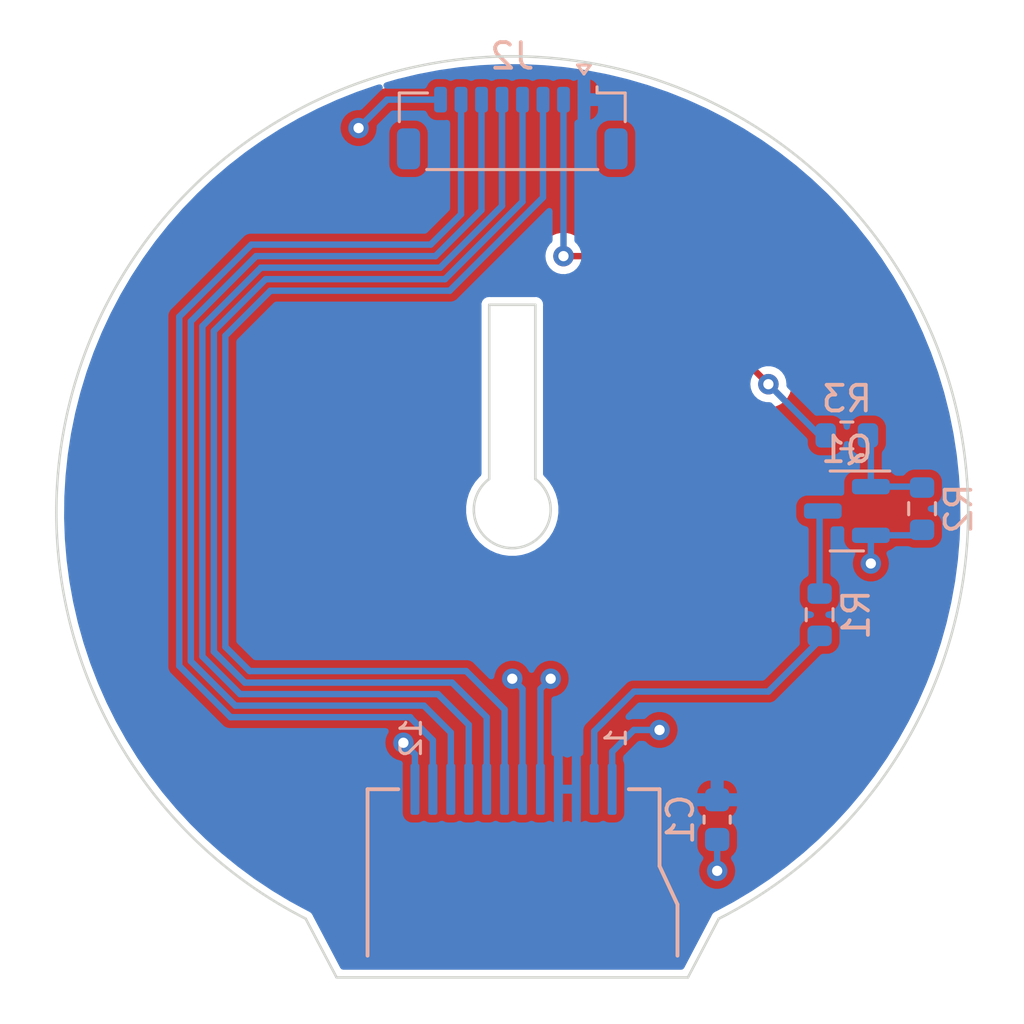
<source format=kicad_pcb>
(kicad_pcb (version 20211014) (generator pcbnew)
  (layers (0 "F.Cu" signal) (31 "B.Cu" signal) (34 "B.Paste" user) (35 "F.Paste" user) (36 "B.SilkS" user "B.Silkscreen") (37 "F.SilkS" user "F.Silkscreen") (38 "B.Mask" user) (39 "F.Mask" user) (44 "Edge.Cuts" user))
  (net 0 "")
  (net 1 "+3.3V")
  (net 2 "GND")
  (net 3 "Net-(J1-Pad2)")
  (net 4 "/DC")
  (net 5 "/CS")
  (net 6 "/SCL")
  (net 7 "/SDA")
  (net 8 "/RES")
  (net 9 "Net-(J2-Pad2)")
  (net 10 "Net-(Q1-Pad1)")
  (net 11 "Net-(Q1-Pad3)")
  (footprint "Resistor_SMD:R_0603_1608Metric" (layer "B.Cu") (at 63.0625 47 180)
    (fp_text reference "R3" (at 0 1.43) (layer "B.SilkS") (effects (justify mirror)))
    (fp_text value "10")
    (fp_line (start -0.237258 0.5225) (end 0.237258 0.5225) (layer "B.SilkS") (width 0.12))
    (fp_line (start -0.237258 -0.5225) (end 0.237258 -0.5225) (layer "B.SilkS") (width 0.12))
    (pad "1" smd roundrect (at -0.825 0 180) (size 0.8 0.95) (layers "B.Cu" "B.Paste" "B.Mask") (net 10 "Net-(Q1-Pad1)"))
    (pad "2" smd roundrect (at 0.825 0 180) (size 0.8 0.95) (layers "B.Cu" "B.Paste" "B.Mask") (net 9 "Net-(J2-Pad2)"))
  )
  (footprint "LCD_GC9A01:GC9A01Round1.28" (layer "B.Cu") (at 50.05 60.8125 90)
    (fp_text reference "J1" hide)
    (fp_text value "LCD")
    (fp_text user "12" (at 2 -4 90) (layer "B.SilkS") (effects (font (size 0.8 0.8) (thickness 0.12)) (justify mirror)))
    (fp_text user "1" (at 2 4 90) (layer "B.SilkS") (effects (font (size 0.8 0.8) (thickness 0.12)) (justify mirror)))
    (fp_line (start -4.5 6.4) (end -3 5.7) (layer "B.SilkS") (width 0.15))
    (fp_line (start -6.5 6.4) (end -4.5 6.4) (layer "B.SilkS") (width 0.15))
    (fp_line (start 0 -5.7) (end 0 -4.5) (layer "B.SilkS") (width 0.15))
    (fp_line (start 0 5.7) (end -3 5.7) (layer "B.SilkS") (width 0.15))
    (fp_line (start 0 -5.7) (end -6.5 -5.7) (layer "B.SilkS") (width 0.15))
    (fp_line (start 0 5.7) (end 0 4.5) (layer "B.SilkS") (width 0.15))
    (pad "1" smd roundrect locked (at 0 3.85 90) (size 2 0.35) (layers "B.Cu" "B.Paste" "B.Mask") (net 2 "GND"))
    (pad "2" smd roundrect locked (at 0 3.15 90) (size 2 0.35) (layers "B.Cu" "B.Paste" "B.Mask") (net 3 "Net-(J1-Pad2)"))
    (pad "3" smd roundrect locked (at 0 2.45 90) (size 2 0.35) (layers "B.Cu" "B.Paste" "B.Mask") (net 1 "+3.3V"))
    (pad "4" smd roundrect locked (at 0 1.75 90) (size 2 0.35) (layers "B.Cu" "B.Paste" "B.Mask") (net 1 "+3.3V"))
    (pad "5" smd roundrect locked (at 0 1.05 90) (size 2 0.35) (layers "B.Cu" "B.Paste" "B.Mask") (net 2 "GND"))
    (pad "6" smd roundrect locked (at 0 0.35 90) (size 2 0.35) (layers "B.Cu" "B.Paste" "B.Mask") (net 2 "GND"))
    (pad "7" smd roundrect locked (at 0 -0.35 90) (size 2 0.35) (layers "B.Cu" "B.Paste" "B.Mask") (net 4 "/DC"))
    (pad "8" smd roundrect locked (at 0 -1.05 90) (size 2 0.35) (layers "B.Cu" "B.Paste" "B.Mask") (net 5 "/CS"))
    (pad "9" smd roundrect locked (at 0 -1.75 90) (size 2 0.35) (layers "B.Cu" "B.Paste" "B.Mask") (net 6 "/SCL"))
    (pad "10" smd roundrect locked (at 0 -2.45 90) (size 2 0.35) (layers "B.Cu" "B.Paste" "B.Mask") (net 7 "/SDA"))
    (pad "11" smd roundrect locked (at 0 -3.15 90) (size 2 0.35) (layers "B.Cu" "B.Paste" "B.Mask") (net 8 "/RES"))
    (pad "12" smd roundrect locked (at 0 -3.85 90) (size 2 0.35) (layers "B.Cu" "B.Paste" "B.Mask") (net 2 "GND"))
  )
  (footprint "Capacitor_SMD:C_0603_1608Metric" (layer "B.Cu") (at 58 62 -90)
    (fp_text reference "C1" (at 0 1.43 90) (layer "B.SilkS") (effects (justify mirror)))
    (fp_text value "100nF")
    (fp_line (start -0.14058 0.51) (end 0.14058 0.51) (layer "B.SilkS") (width 0.12))
    (fp_line (start -0.14058 -0.51) (end 0.14058 -0.51) (layer "B.SilkS") (width 0.12))
    (pad "1" smd roundrect (at -0.775 0 270) (size 0.9 0.95) (layers "B.Cu" "B.Paste" "B.Mask") (net 1 "+3.3V"))
    (pad "2" smd roundrect (at 0.775 0 270) (size 0.9 0.95) (layers "B.Cu" "B.Paste" "B.Mask") (net 2 "GND"))
  )
  (footprint "Package_TO_SOT_SMD:SOT-23" (layer "B.Cu") (at 63.0625 49.95 180)
    (fp_text reference "Q1" (at 0 2.4) (layer "B.SilkS") (effects (justify mirror)))
    (fp_text value "AO3400A")
    (fp_line (start 0 -1.56) (end 0.65 -1.56) (layer "B.SilkS") (width 0.12))
    (fp_line (start 0 -1.56) (end -0.65 -1.56) (layer "B.SilkS") (width 0.12))
    (fp_line (start 0 1.56) (end 0.65 1.56) (layer "B.SilkS") (width 0.12))
    (fp_line (start 0 1.56) (end -1.675 1.56) (layer "B.SilkS") (width 0.12))
    (pad "1" smd roundrect (at -0.9375 0.95 180) (size 1.475 0.6) (layers "B.Cu" "B.Paste" "B.Mask") (net 10 "Net-(Q1-Pad1)"))
    (pad "2" smd roundrect (at -0.9375 -0.95 180) (size 1.475 0.6) (layers "B.Cu" "B.Paste" "B.Mask") (net 2 "GND"))
    (pad "3" smd roundrect (at 0.9375 0 180) (size 1.475 0.6) (layers "B.Cu" "B.Paste" "B.Mask") (net 11 "Net-(Q1-Pad3)"))
  )
  (footprint "Resistor_SMD:R_0603_1608Metric" (layer "B.Cu") (at 66 49.86 90)
    (fp_text reference "R2" (at 0 1.43 90) (layer "B.SilkS") (effects (justify mirror)))
    (fp_text value "10k")
    (fp_line (start -0.237258 -0.5225) (end 0.237258 -0.5225) (layer "B.SilkS") (width 0.12))
    (fp_line (start -0.237258 0.5225) (end 0.237258 0.5225) (layer "B.SilkS") (width 0.12))
    (pad "1" smd roundrect (at -0.825 0 90) (size 0.8 0.95) (layers "B.Cu" "B.Paste" "B.Mask") (net 2 "GND"))
    (pad "2" smd roundrect (at 0.825 0 90) (size 0.8 0.95) (layers "B.Cu" "B.Paste" "B.Mask") (net 10 "Net-(Q1-Pad1)"))
  )
  (footprint "Resistor_SMD:R_0603_1608Metric" (layer "B.Cu") (at 62 54 90)
    (fp_text reference "R1" (at 0 1.43 90) (layer "B.SilkS") (effects (justify mirror)))
    (fp_text value "10")
    (fp_line (start -0.237258 0.5225) (end 0.237258 0.5225) (layer "B.SilkS") (width 0.12))
    (fp_line (start -0.237258 -0.5225) (end 0.237258 -0.5225) (layer "B.SilkS") (width 0.12))
    (pad "1" smd roundrect (at -0.825 0 90) (size 0.8 0.95) (layers "B.Cu" "B.Paste" "B.Mask") (net 3 "Net-(J1-Pad2)"))
    (pad "2" smd roundrect (at 0.825 0 90) (size 0.8 0.95) (layers "B.Cu" "B.Paste" "B.Mask") (net 11 "Net-(Q1-Pad3)"))
  )
  (footprint "Connector_Hirose:Hirose_DF52-8S-0.8H_1x08-1MP_P0.80mm_Horizontal" (layer "B.Cu") (at 50 35 180)
    (fp_text reference "J2" (at 0 2.81) (layer "B.SilkS") (effects (justify mirror)))
    (fp_text value "main")
    (fp_line (start -2.8 2.11) (end -2.55 2.463553) (layer "B.SilkS") (width 0.12))
    (fp_line (start 4.41 1.37) (end 3.31 1.37) (layer "B.SilkS") (width 0.12))
    (fp_line (start -4.41 1.37) (end -3.31 1.37) (layer "B.SilkS") (width 0.12))
    (fp_line (start -2.55 2.463553) (end -3.05 2.463553) (layer "B.SilkS") (width 0.12))
    (fp_line (start -3.05 2.463553) (end -2.8 2.11) (layer "B.SilkS") (width 0.12))
    (fp_line (start -4.41 0.25) (end -4.41 1.37) (layer "B.SilkS") (width 0.12))
    (fp_line (start 4.41 0.25) (end 4.41 1.37) (layer "B.SilkS") (width 0.12))
    (fp_line (start -3.34 -1.62) (end 3.34 -1.62) (layer "B.SilkS") (width 0.12))
    (fp_line (start -3.31 1.37) (end -3.31 1.61) (layer "B.SilkS") (width 0.12))
    (pad "1" smd roundrect (at -2.8 1.11 180) (size 0.5 1) (layers "B.Cu" "B.Paste" "B.Mask") (net 1 "+3.3V"))
    (pad "2" smd roundrect (at -2 1.11 180) (size 0.5 1) (layers "B.Cu" "B.Paste" "B.Mask") (net 9 "Net-(J2-Pad2)"))
    (pad "3" smd roundrect (at -1.2 1.11 180) (size 0.5 1) (layers "B.Cu" "B.Paste" "B.Mask") (net 4 "/DC"))
    (pad "4" smd roundrect (at -0.4 1.11 180) (size 0.5 1) (layers "B.Cu" "B.Paste" "B.Mask") (net 5 "/CS"))
    (pad "5" smd roundrect (at 0.4 1.11 180) (size 0.5 1) (layers "B.Cu" "B.Paste" "B.Mask") (net 6 "/SCL"))
    (pad "6" smd roundrect (at 1.2 1.11 180) (size 0.5 1) (layers "B.Cu" "B.Paste" "B.Mask") (net 7 "/SDA"))
    (pad "7" smd roundrect (at 2 1.11 180) (size 0.5 1) (layers "B.Cu" "B.Paste" "B.Mask") (net 8 "/RES"))
    (pad "8" smd roundrect (at 2.8 1.11 180) (size 0.5 1) (layers "B.Cu" "B.Paste" "B.Mask") (net 2 "GND"))
    (pad "MP" smd roundrect (at 4.05 -0.81 180) (size 0.9 1.6) (layers "B.Cu" "B.Paste" "B.Mask"))
    (pad "MP" smd roundrect (at -4.05 -0.81 180) (size 0.9 1.6) (layers "B.Cu" "B.Paste" "B.Mask"))
  )
  (gr_arc (start 50.9 48.7) (mid 50 51.400005) (end 49.1 48.7) (layer "Edge.Cuts") (width 0.1))
  (gr_line (start 49.1 41.9) (end 50.9 41.9) (layer "Edge.Cuts") (width 0.1))
  (gr_line (start 50.9 41.9) (end 50.9 48.7) (layer "Edge.Cuts") (width 0.1))
  (gr_line (start 58.062211 65.869647) (end 56.85759 68.161369) (layer "Edge.Cuts") (width 0.1))
  (gr_line (start 56.85759 68.161369) (end 43.141562 68.161369) (layer "Edge.Cuts") (width 0.1))
  (gr_arc (start 41.932596 65.867008) (mid 50.002913 32.199861) (end 58.062211 65.869647) (layer "Edge.Cuts") (width 0.1))
  (gr_line (start 43.141562 68.161369) (end 41.932596 65.867008) (layer "Edge.Cuts") (width 0.1))
  (gr_line (start 49.1 48.7) (end 49.1 41.9) (layer "Edge.Cuts") (width 0.1))
  (via (at 44 35) (size 0.8) (drill 0.4) (layers "F.Cu" "B.Cu") (net 2))
  (via (at 58 64) (size 0.8) (drill 0.4) (layers "F.Cu" "B.Cu") (net 2))
  (via (at 45.75 59) (size 0.8) (drill 0.4) (layers "F.Cu" "B.Cu") (net 2))
  (via (at 50 56.5) (size 0.8) (drill 0.4) (layers "F.Cu" "B.Cu") (net 2))
  (via (at 51.5 56.5) (size 0.8) (drill 0.4) (layers "F.Cu" "B.Cu") (net 2))
  (via (at 64 52) (size 0.8) (drill 0.4) (layers "F.Cu" "B.Cu") (net 2))
  (via (at 55.75 58.5) (size 0.8) (drill 0.4) (layers "F.Cu" "B.Cu") (net 2))
  (segment (start 53.9 60.8125) (end 53.9 59.35) (width 0.25) (layer "B.Cu") (net 2))
  (segment (start 47.2 33.89) (end 45.11 33.89) (width 0.25) (layer "B.Cu") (net 2))
  (segment (start 45.11 33.89) (end 44 35) (width 0.25) (layer "B.Cu") (net 2))
  (segment (start 50.4 60.8125) (end 50.4 56.9) (width 0.25) (layer "B.Cu") (net 2))
  (segment (start 46.2 59.45) (end 45.75 59) (width 0.25) (layer "B.Cu") (net 2))
  (segment (start 64 50.9) (end 64 52) (width 0.25) (layer "B.Cu") (net 2))
  (segment (start 65.785 50.9) (end 66 50.685) (width 0.25) (layer "B.Cu") (net 2))
  (segment (start 46.2 60.8125) (end 46.2 59.45) (width 0.25) (layer "B.Cu") (net 2))
  (segment (start 53.9 59.35) (end 54.75 58.5) (width 0.25) (layer "B.Cu") (net 2))
  (segment (start 51.1 60.8125) (end 51.1 56.9) (width 0.25) (layer "B.Cu") (net 2))
  (segment (start 54.75 58.5) (end 55.75 58.5) (width 0.25) (layer "B.Cu") (net 2))
  (segment (start 64 50.9) (end 65.785 50.9) (width 0.25) (layer "B.Cu") (net 2))
  (segment (start 58 62.775) (end 58 64) (width 0.25) (layer "B.Cu") (net 2))
  (segment (start 50.4 56.9) (end 50 56.5) (width 0.25) (layer "B.Cu") (net 2))
  (segment (start 51.1 56.9) (end 51.5 56.5) (width 0.25) (layer "B.Cu") (net 2))
  (segment (start 54.75 57) (end 53.2 58.55) (width 0.25) (layer "B.Cu") (net 3))
  (segment (start 62 54.825) (end 62 55) (width 0.25) (layer "B.Cu") (net 3))
  (segment (start 62 55) (end 60 57) (width 0.25) (layer "B.Cu") (net 3))
  (segment (start 53.2 58.55) (end 53.2 60.8125) (width 0.25) (layer "B.Cu") (net 3))
  (segment (start 60 57) (end 54.75 57) (width 0.25) (layer "B.Cu") (net 3))
  (segment (start 38.8 55.254416) (end 39.745584 56.2) (width 0.25) (layer "B.Cu") (net 4))
  (segment (start 47.559188 41.35) (end 40.559188 41.35) (width 0.25) (layer "B.Cu") (net 4))
  (segment (start 51.2 37.709188) (end 47.559188 41.35) (width 0.25) (layer "B.Cu") (net 4))
  (segment (start 38.8 43.109188) (end 38.8 55.254416) (width 0.25) (layer "B.Cu") (net 4))
  (segment (start 51.2 33.89) (end 51.2 37.709188) (width 0.25) (layer "B.Cu") (net 4))
  (segment (start 48.2 56.2) (end 49.7 57.7) (width 0.25) (layer "B.Cu") (net 4))
  (segment (start 39.745584 56.2) (end 48.2 56.2) (width 0.25) (layer "B.Cu") (net 4))
  (segment (start 49.7 57.7) (end 49.7 60.8125) (width 0.25) (layer "B.Cu") (net 4))
  (segment (start 40.559188 41.35) (end 38.8 43.109188) (width 0.25) (layer "B.Cu") (net 4))
  (segment (start 38.35 42.922792) (end 38.35 55.440812) (width 0.25) (layer "B.Cu") (net 5))
  (segment (start 50.4 33.89) (end 50.4 37.872792) (width 0.25) (layer "B.Cu") (net 5))
  (segment (start 39.559188 56.65) (end 47.65 56.65) (width 0.25) (layer "B.Cu") (net 5))
  (segment (start 47.372792 40.9) (end 40.372792 40.9) (width 0.25) (layer "B.Cu") (net 5))
  (segment (start 38.35 55.440812) (end 39.559188 56.65) (width 0.25) (layer "B.Cu") (net 5))
  (segment (start 50.4 37.872792) (end 47.372792 40.9) (width 0.25) (layer "B.Cu") (net 5))
  (segment (start 40.372792 40.9) (end 38.35 42.922792) (width 0.25) (layer "B.Cu") (net 5))
  (segment (start 49 58) (end 49 60.8125) (width 0.25) (layer "B.Cu") (net 5))
  (segment (start 47.65 56.65) (end 49 58) (width 0.25) (layer "B.Cu") (net 5))
  (segment (start 49.6 33.89) (end 49.6 38.036396) (width 0.25) (layer "B.Cu") (net 6))
  (segment (start 48.3 58.3) (end 48.3 60.8125) (width 0.25) (layer "B.Cu") (net 6))
  (segment (start 40.186396 40.45) (end 37.9 42.736396) (width 0.25) (layer "B.Cu") (net 6))
  (segment (start 39.372792 57.1) (end 47.1 57.1) (width 0.25) (layer "B.Cu") (net 6))
  (segment (start 47.186396 40.45) (end 40.186396 40.45) (width 0.25) (layer "B.Cu") (net 6))
  (segment (start 47.1 57.1) (end 48.3 58.3) (width 0.25) (layer "B.Cu") (net 6))
  (segment (start 49.6 38.036396) (end 47.186396 40.45) (width 0.25) (layer "B.Cu") (net 6))
  (segment (start 37.9 42.736396) (end 37.9 55.627208) (width 0.25) (layer "B.Cu") (net 6))
  (segment (start 37.9 55.627208) (end 39.372792 57.1) (width 0.25) (layer "B.Cu") (net 6))
  (segment (start 37.45 55.813604) (end 39.186396 57.55) (width 0.25) (layer "B.Cu") (net 7))
  (segment (start 37.45 42.55) (end 37.45 55.813604) (width 0.25) (layer "B.Cu") (net 7))
  (segment (start 40 40) (end 37.45 42.55) (width 0.25) (layer "B.Cu") (net 7))
  (segment (start 47.6 58.6) (end 47.6 60.8125) (width 0.25) (layer "B.Cu") (net 7))
  (segment (start 46.55 57.55) (end 47.6 58.6) (width 0.25) (layer "B.Cu") (net 7))
  (segment (start 48.8 38.2) (end 47 40) (width 0.25) (layer "B.Cu") (net 7))
  (segment (start 47 40) (end 40 40) (width 0.25) (layer "B.Cu") (net 7))
  (segment (start 39.186396 57.55) (end 46.55 57.55) (width 0.25) (layer "B.Cu") (net 7))
  (segment (start 48.8 33.89) (end 48.8 38.2) (width 0.25) (layer "B.Cu") (net 7))
  (segment (start 48 38.363604) (end 46.813604 39.55) (width 0.25) (layer "B.Cu") (net 8))
  (segment (start 46 58) (end 46.025305 58) (width 0.25) (layer "B.Cu") (net 8))
  (segment (start 48 33.89) (end 48 38.363604) (width 0.25) (layer "B.Cu") (net 8))
  (segment (start 46.813604 39.55) (end 39.813604 39.55) (width 0.25) (layer "B.Cu") (net 8))
  (segment (start 46 58) (end 46.9 58.9) (width 0.25) (layer "B.Cu") (net 8))
  (segment (start 39.813604 39.55) (end 37 42.363604) (width 0.25) (layer "B.Cu") (net 8))
  (segment (start 37 42.363604) (end 37 56) (width 0.25) (layer "B.Cu") (net 8))
  (segment (start 46.9 58.9) (end 46.9 60.8125) (width 0.25) (layer "B.Cu") (net 8))
  (segment (start 37 56) (end 39 58) (width 0.25) (layer "B.Cu") (net 8))
  (segment (start 39 58) (end 46 58) (width 0.25) (layer "B.Cu") (net 8))
  (segment (start 60 45) (end 55 40) (width 0.25) (layer "F.Cu") (net 9))
  (segment (start 55 40) (end 52 40) (width 0.25) (layer "F.Cu") (net 9))
  (via (at 60 45) (size 0.8) (drill 0.4) (layers "F.Cu" "B.Cu") (net 9))
  (via (at 52 40) (size 0.8) (drill 0.4) (layers "F.Cu" "B.Cu") (net 9))
  (segment (start 60 45) (end 62 47) (width 0.25) (layer "B.Cu") (net 9))
  (segment (start 52 33.89) (end 52 40) (width 0.25) (layer "B.Cu") (net 9))
  (segment (start 62 47) (end 62.2375 47) (width 0.25) (layer "B.Cu") (net 9))
  (segment (start 64 49) (end 65.965 49) (width 0.25) (layer "B.Cu") (net 10))
  (segment (start 65.965 49) (end 66 49.035) (width 0.25) (layer "B.Cu") (net 10))
  (segment (start 64 49) (end 64 47.1125) (width 0.25) (layer "B.Cu") (net 10))
  (segment (start 64 47.1125) (end 63.8875 47) (width 0.25) (layer "B.Cu") (net 10))
  (segment (start 62 53.175) (end 62 50.075) (width 0.25) (layer "B.Cu") (net 11))
  (segment (start 62 50.075) (end 62.125 49.95) (width 0.25) (layer "B.Cu") (net 11))
  (zone (net 2) (net_name "GND") (layer "F.Cu") (connect_pads (clearance 0.508)) (min_thickness 0.254) (fill yes (thermal_gap 0.508) (thermal_bridge_width 0.508))
    (polygon (pts (xy 70 70) (xy 30 70) (xy 30 30) (xy 70 30)))
  )
  (zone (net 1) (net_name "+3.3V") (layer "B.Cu") (connect_pads (clearance 0.3)) (min_thickness 0.254) (fill yes (thermal_gap 0.3) (thermal_bridge_width 0.508))
    (polygon (pts (xy 70 70) (xy 30 70) (xy 30 30) (xy 70 30)))
  )
)
</source>
